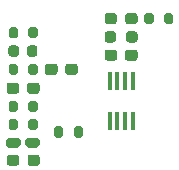
<source format=gbr>
%TF.GenerationSoftware,KiCad,Pcbnew,5.1.12-1.fc35*%
%TF.CreationDate,2021-11-27T14:31:25+00:00*%
%TF.ProjectId,kiCAD_TriSchmittHoleMount_v003.1,6b694341-445f-4547-9269-5363686d6974,rev?*%
%TF.SameCoordinates,Original*%
%TF.FileFunction,Paste,Top*%
%TF.FilePolarity,Positive*%
%FSLAX46Y46*%
G04 Gerber Fmt 4.6, Leading zero omitted, Abs format (unit mm)*
G04 Created by KiCad (PCBNEW 5.1.12-1.fc35) date 2021-11-27 14:31:25*
%MOMM*%
%LPD*%
G01*
G04 APERTURE LIST*
%ADD10R,0.300000X1.600000*%
G04 APERTURE END LIST*
%TO.C,R7*%
G36*
G01*
X199875000Y-77125000D02*
X199875000Y-77675000D01*
G75*
G02*
X199675000Y-77875000I-200000J0D01*
G01*
X199275000Y-77875000D01*
G75*
G02*
X199075000Y-77675000I0J200000D01*
G01*
X199075000Y-77125000D01*
G75*
G02*
X199275000Y-76925000I200000J0D01*
G01*
X199675000Y-76925000D01*
G75*
G02*
X199875000Y-77125000I0J-200000D01*
G01*
G37*
G36*
G01*
X201525000Y-77125000D02*
X201525000Y-77675000D01*
G75*
G02*
X201325000Y-77875000I-200000J0D01*
G01*
X200925000Y-77875000D01*
G75*
G02*
X200725000Y-77675000I0J200000D01*
G01*
X200725000Y-77125000D01*
G75*
G02*
X200925000Y-76925000I200000J0D01*
G01*
X201325000Y-76925000D01*
G75*
G02*
X201525000Y-77125000I0J-200000D01*
G01*
G37*
%TD*%
%TO.C,D4*%
G36*
G01*
X196831334Y-80037500D02*
X196831334Y-79562500D01*
G75*
G02*
X197068834Y-79325000I237500J0D01*
G01*
X197643834Y-79325000D01*
G75*
G02*
X197881334Y-79562500I0J-237500D01*
G01*
X197881334Y-80037500D01*
G75*
G02*
X197643834Y-80275000I-237500J0D01*
G01*
X197068834Y-80275000D01*
G75*
G02*
X196831334Y-80037500I0J237500D01*
G01*
G37*
G36*
G01*
X195081334Y-80037500D02*
X195081334Y-79562500D01*
G75*
G02*
X195318834Y-79325000I237500J0D01*
G01*
X195893834Y-79325000D01*
G75*
G02*
X196131334Y-79562500I0J-237500D01*
G01*
X196131334Y-80037500D01*
G75*
G02*
X195893834Y-80275000I-237500J0D01*
G01*
X195318834Y-80275000D01*
G75*
G02*
X195081334Y-80037500I0J237500D01*
G01*
G37*
%TD*%
D10*
%TO.C,U1*%
X205725000Y-76500000D03*
X205075000Y-76500000D03*
X204425000Y-76500000D03*
X203775000Y-76500000D03*
X203775000Y-73100000D03*
X204425000Y-73100000D03*
X205075000Y-73100000D03*
X205725000Y-73100000D03*
%TD*%
%TO.C,R6*%
G36*
G01*
X205175000Y-69587500D02*
X205175000Y-69112500D01*
G75*
G02*
X205412500Y-68875000I237500J0D01*
G01*
X205912500Y-68875000D01*
G75*
G02*
X206150000Y-69112500I0J-237500D01*
G01*
X206150000Y-69587500D01*
G75*
G02*
X205912500Y-69825000I-237500J0D01*
G01*
X205412500Y-69825000D01*
G75*
G02*
X205175000Y-69587500I0J237500D01*
G01*
G37*
G36*
G01*
X203350000Y-69587500D02*
X203350000Y-69112500D01*
G75*
G02*
X203587500Y-68875000I237500J0D01*
G01*
X204087500Y-68875000D01*
G75*
G02*
X204325000Y-69112500I0J-237500D01*
G01*
X204325000Y-69587500D01*
G75*
G02*
X204087500Y-69825000I-237500J0D01*
G01*
X203587500Y-69825000D01*
G75*
G02*
X203350000Y-69587500I0J237500D01*
G01*
G37*
%TD*%
%TO.C,R5*%
G36*
G01*
X208375000Y-68075000D02*
X208375000Y-67525000D01*
G75*
G02*
X208575000Y-67325000I200000J0D01*
G01*
X208975000Y-67325000D01*
G75*
G02*
X209175000Y-67525000I0J-200000D01*
G01*
X209175000Y-68075000D01*
G75*
G02*
X208975000Y-68275000I-200000J0D01*
G01*
X208575000Y-68275000D01*
G75*
G02*
X208375000Y-68075000I0J200000D01*
G01*
G37*
G36*
G01*
X206725000Y-68075000D02*
X206725000Y-67525000D01*
G75*
G02*
X206925000Y-67325000I200000J0D01*
G01*
X207325000Y-67325000D01*
G75*
G02*
X207525000Y-67525000I0J-200000D01*
G01*
X207525000Y-68075000D01*
G75*
G02*
X207325000Y-68275000I-200000J0D01*
G01*
X206925000Y-68275000D01*
G75*
G02*
X206725000Y-68075000I0J200000D01*
G01*
G37*
%TD*%
%TO.C,R4*%
G36*
G01*
X196033834Y-71825000D02*
X196033834Y-72375000D01*
G75*
G02*
X195833834Y-72575000I-200000J0D01*
G01*
X195433834Y-72575000D01*
G75*
G02*
X195233834Y-72375000I0J200000D01*
G01*
X195233834Y-71825000D01*
G75*
G02*
X195433834Y-71625000I200000J0D01*
G01*
X195833834Y-71625000D01*
G75*
G02*
X196033834Y-71825000I0J-200000D01*
G01*
G37*
G36*
G01*
X197683834Y-71825000D02*
X197683834Y-72375000D01*
G75*
G02*
X197483834Y-72575000I-200000J0D01*
G01*
X197083834Y-72575000D01*
G75*
G02*
X196883834Y-72375000I0J200000D01*
G01*
X196883834Y-71825000D01*
G75*
G02*
X197083834Y-71625000I200000J0D01*
G01*
X197483834Y-71625000D01*
G75*
G02*
X197683834Y-71825000I0J-200000D01*
G01*
G37*
%TD*%
%TO.C,R3*%
G36*
G01*
X196883834Y-69275000D02*
X196883834Y-68725000D01*
G75*
G02*
X197083834Y-68525000I200000J0D01*
G01*
X197483834Y-68525000D01*
G75*
G02*
X197683834Y-68725000I0J-200000D01*
G01*
X197683834Y-69275000D01*
G75*
G02*
X197483834Y-69475000I-200000J0D01*
G01*
X197083834Y-69475000D01*
G75*
G02*
X196883834Y-69275000I0J200000D01*
G01*
G37*
G36*
G01*
X195233834Y-69275000D02*
X195233834Y-68725000D01*
G75*
G02*
X195433834Y-68525000I200000J0D01*
G01*
X195833834Y-68525000D01*
G75*
G02*
X196033834Y-68725000I0J-200000D01*
G01*
X196033834Y-69275000D01*
G75*
G02*
X195833834Y-69475000I-200000J0D01*
G01*
X195433834Y-69475000D01*
G75*
G02*
X195233834Y-69275000I0J200000D01*
G01*
G37*
%TD*%
%TO.C,R2*%
G36*
G01*
X197683834Y-76498334D02*
X197683834Y-77048334D01*
G75*
G02*
X197483834Y-77248334I-200000J0D01*
G01*
X197083834Y-77248334D01*
G75*
G02*
X196883834Y-77048334I0J200000D01*
G01*
X196883834Y-76498334D01*
G75*
G02*
X197083834Y-76298334I200000J0D01*
G01*
X197483834Y-76298334D01*
G75*
G02*
X197683834Y-76498334I0J-200000D01*
G01*
G37*
G36*
G01*
X196033834Y-76498334D02*
X196033834Y-77048334D01*
G75*
G02*
X195833834Y-77248334I-200000J0D01*
G01*
X195433834Y-77248334D01*
G75*
G02*
X195233834Y-77048334I0J200000D01*
G01*
X195233834Y-76498334D01*
G75*
G02*
X195433834Y-76298334I200000J0D01*
G01*
X195833834Y-76298334D01*
G75*
G02*
X196033834Y-76498334I0J-200000D01*
G01*
G37*
%TD*%
%TO.C,R1*%
G36*
G01*
X195233834Y-75511668D02*
X195233834Y-74961668D01*
G75*
G02*
X195433834Y-74761668I200000J0D01*
G01*
X195833834Y-74761668D01*
G75*
G02*
X196033834Y-74961668I0J-200000D01*
G01*
X196033834Y-75511668D01*
G75*
G02*
X195833834Y-75711668I-200000J0D01*
G01*
X195433834Y-75711668D01*
G75*
G02*
X195233834Y-75511668I0J200000D01*
G01*
G37*
G36*
G01*
X196883834Y-75511668D02*
X196883834Y-74961668D01*
G75*
G02*
X197083834Y-74761668I200000J0D01*
G01*
X197483834Y-74761668D01*
G75*
G02*
X197683834Y-74961668I0J-200000D01*
G01*
X197683834Y-75511668D01*
G75*
G02*
X197483834Y-75711668I-200000J0D01*
G01*
X197083834Y-75711668D01*
G75*
G02*
X196883834Y-75511668I0J200000D01*
G01*
G37*
%TD*%
%TO.C,D3*%
G36*
G01*
X205100000Y-68037500D02*
X205100000Y-67562500D01*
G75*
G02*
X205337500Y-67325000I237500J0D01*
G01*
X205912500Y-67325000D01*
G75*
G02*
X206150000Y-67562500I0J-237500D01*
G01*
X206150000Y-68037500D01*
G75*
G02*
X205912500Y-68275000I-237500J0D01*
G01*
X205337500Y-68275000D01*
G75*
G02*
X205100000Y-68037500I0J237500D01*
G01*
G37*
G36*
G01*
X203350000Y-68037500D02*
X203350000Y-67562500D01*
G75*
G02*
X203587500Y-67325000I237500J0D01*
G01*
X204162500Y-67325000D01*
G75*
G02*
X204400000Y-67562500I0J-237500D01*
G01*
X204400000Y-68037500D01*
G75*
G02*
X204162500Y-68275000I-237500J0D01*
G01*
X203587500Y-68275000D01*
G75*
G02*
X203350000Y-68037500I0J237500D01*
G01*
G37*
%TD*%
%TO.C,D2*%
G36*
G01*
X196088834Y-70293750D02*
X196088834Y-70806250D01*
G75*
G02*
X195870084Y-71025000I-218750J0D01*
G01*
X195432584Y-71025000D01*
G75*
G02*
X195213834Y-70806250I0J218750D01*
G01*
X195213834Y-70293750D01*
G75*
G02*
X195432584Y-70075000I218750J0D01*
G01*
X195870084Y-70075000D01*
G75*
G02*
X196088834Y-70293750I0J-218750D01*
G01*
G37*
G36*
G01*
X197663834Y-70293750D02*
X197663834Y-70806250D01*
G75*
G02*
X197445084Y-71025000I-218750J0D01*
G01*
X197007584Y-71025000D01*
G75*
G02*
X196788834Y-70806250I0J218750D01*
G01*
X196788834Y-70293750D01*
G75*
G02*
X197007584Y-70075000I218750J0D01*
G01*
X197445084Y-70075000D01*
G75*
G02*
X197663834Y-70293750I0J-218750D01*
G01*
G37*
%TD*%
%TO.C,D1*%
G36*
G01*
X197863834Y-78087500D02*
X197863834Y-78512500D01*
G75*
G02*
X197651334Y-78725000I-212500J0D01*
G01*
X196851334Y-78725000D01*
G75*
G02*
X196638834Y-78512500I0J212500D01*
G01*
X196638834Y-78087500D01*
G75*
G02*
X196851334Y-77875000I212500J0D01*
G01*
X197651334Y-77875000D01*
G75*
G02*
X197863834Y-78087500I0J-212500D01*
G01*
G37*
G36*
G01*
X196238834Y-78087500D02*
X196238834Y-78512500D01*
G75*
G02*
X196026334Y-78725000I-212500J0D01*
G01*
X195226334Y-78725000D01*
G75*
G02*
X195013834Y-78512500I0J212500D01*
G01*
X195013834Y-78087500D01*
G75*
G02*
X195226334Y-77875000I212500J0D01*
G01*
X196026334Y-77875000D01*
G75*
G02*
X196238834Y-78087500I0J-212500D01*
G01*
G37*
%TD*%
%TO.C,C3*%
G36*
G01*
X205075000Y-71137500D02*
X205075000Y-70662500D01*
G75*
G02*
X205312500Y-70425000I237500J0D01*
G01*
X205912500Y-70425000D01*
G75*
G02*
X206150000Y-70662500I0J-237500D01*
G01*
X206150000Y-71137500D01*
G75*
G02*
X205912500Y-71375000I-237500J0D01*
G01*
X205312500Y-71375000D01*
G75*
G02*
X205075000Y-71137500I0J237500D01*
G01*
G37*
G36*
G01*
X203350000Y-71137500D02*
X203350000Y-70662500D01*
G75*
G02*
X203587500Y-70425000I237500J0D01*
G01*
X204187500Y-70425000D01*
G75*
G02*
X204425000Y-70662500I0J-237500D01*
G01*
X204425000Y-71137500D01*
G75*
G02*
X204187500Y-71375000I-237500J0D01*
G01*
X203587500Y-71375000D01*
G75*
G02*
X203350000Y-71137500I0J237500D01*
G01*
G37*
%TD*%
%TO.C,C2*%
G36*
G01*
X199375000Y-71862500D02*
X199375000Y-72337500D01*
G75*
G02*
X199137500Y-72575000I-237500J0D01*
G01*
X198537500Y-72575000D01*
G75*
G02*
X198300000Y-72337500I0J237500D01*
G01*
X198300000Y-71862500D01*
G75*
G02*
X198537500Y-71625000I237500J0D01*
G01*
X199137500Y-71625000D01*
G75*
G02*
X199375000Y-71862500I0J-237500D01*
G01*
G37*
G36*
G01*
X201100000Y-71862500D02*
X201100000Y-72337500D01*
G75*
G02*
X200862500Y-72575000I-237500J0D01*
G01*
X200262500Y-72575000D01*
G75*
G02*
X200025000Y-72337500I0J237500D01*
G01*
X200025000Y-71862500D01*
G75*
G02*
X200262500Y-71625000I237500J0D01*
G01*
X200862500Y-71625000D01*
G75*
G02*
X201100000Y-71862500I0J-237500D01*
G01*
G37*
%TD*%
%TO.C,C1*%
G36*
G01*
X195058834Y-73937500D02*
X195058834Y-73462500D01*
G75*
G02*
X195296334Y-73225000I237500J0D01*
G01*
X195896334Y-73225000D01*
G75*
G02*
X196133834Y-73462500I0J-237500D01*
G01*
X196133834Y-73937500D01*
G75*
G02*
X195896334Y-74175000I-237500J0D01*
G01*
X195296334Y-74175000D01*
G75*
G02*
X195058834Y-73937500I0J237500D01*
G01*
G37*
G36*
G01*
X196783834Y-73937500D02*
X196783834Y-73462500D01*
G75*
G02*
X197021334Y-73225000I237500J0D01*
G01*
X197621334Y-73225000D01*
G75*
G02*
X197858834Y-73462500I0J-237500D01*
G01*
X197858834Y-73937500D01*
G75*
G02*
X197621334Y-74175000I-237500J0D01*
G01*
X197021334Y-74175000D01*
G75*
G02*
X196783834Y-73937500I0J237500D01*
G01*
G37*
%TD*%
M02*

</source>
